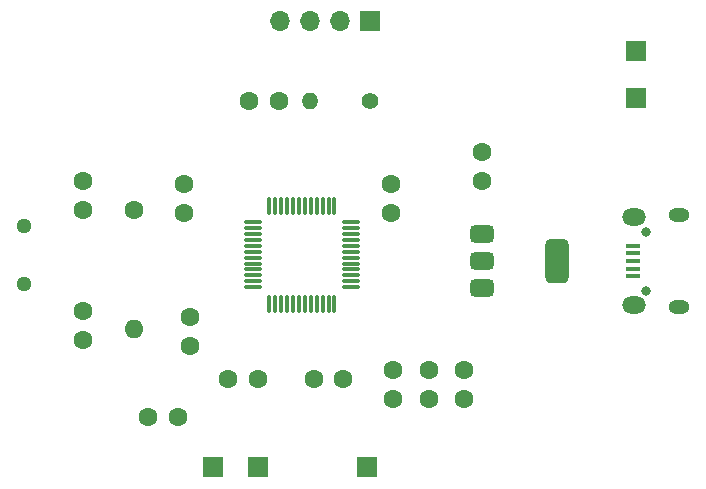
<source format=gbr>
%TF.GenerationSoftware,KiCad,Pcbnew,8.0.5*%
%TF.CreationDate,2024-10-18T14:20:25+07:00*%
%TF.ProjectId,stm32la_pcb,73746d33-326c-4615-9f70-63622e6b6963,rev?*%
%TF.SameCoordinates,Original*%
%TF.FileFunction,Soldermask,Top*%
%TF.FilePolarity,Negative*%
%FSLAX46Y46*%
G04 Gerber Fmt 4.6, Leading zero omitted, Abs format (unit mm)*
G04 Created by KiCad (PCBNEW 8.0.5) date 2024-10-18 14:20:25*
%MOMM*%
%LPD*%
G01*
G04 APERTURE LIST*
G04 Aperture macros list*
%AMRoundRect*
0 Rectangle with rounded corners*
0 $1 Rounding radius*
0 $2 $3 $4 $5 $6 $7 $8 $9 X,Y pos of 4 corners*
0 Add a 4 corners polygon primitive as box body*
4,1,4,$2,$3,$4,$5,$6,$7,$8,$9,$2,$3,0*
0 Add four circle primitives for the rounded corners*
1,1,$1+$1,$2,$3*
1,1,$1+$1,$4,$5*
1,1,$1+$1,$6,$7*
1,1,$1+$1,$8,$9*
0 Add four rect primitives between the rounded corners*
20,1,$1+$1,$2,$3,$4,$5,0*
20,1,$1+$1,$4,$5,$6,$7,0*
20,1,$1+$1,$6,$7,$8,$9,0*
20,1,$1+$1,$8,$9,$2,$3,0*%
G04 Aperture macros list end*
%ADD10R,1.700000X1.700000*%
%ADD11C,1.600000*%
%ADD12O,1.600000X1.600000*%
%ADD13RoundRect,0.075000X-0.662500X-0.075000X0.662500X-0.075000X0.662500X0.075000X-0.662500X0.075000X0*%
%ADD14RoundRect,0.075000X-0.075000X-0.662500X0.075000X-0.662500X0.075000X0.662500X-0.075000X0.662500X0*%
%ADD15O,1.700000X1.700000*%
%ADD16C,1.284000*%
%ADD17RoundRect,0.375000X-0.625000X-0.375000X0.625000X-0.375000X0.625000X0.375000X-0.625000X0.375000X0*%
%ADD18RoundRect,0.500000X-0.500000X-1.400000X0.500000X-1.400000X0.500000X1.400000X-0.500000X1.400000X0*%
%ADD19C,1.400000*%
%ADD20O,1.400000X1.400000*%
%ADD21O,0.800000X0.800000*%
%ADD22R,1.300000X0.450000*%
%ADD23O,1.800000X1.150000*%
%ADD24O,2.000000X1.450000*%
G04 APERTURE END LIST*
D10*
%TO.C,TX*%
X126000000Y-64250000D03*
%TD*%
D11*
%TO.C,C1*%
X112965000Y-68785000D03*
X112965000Y-71285000D03*
%TD*%
%TO.C,FB1*%
X83500000Y-73750000D03*
D12*
X83500000Y-83750000D03*
%TD*%
D11*
%TO.C,C9*%
X91500000Y-88000000D03*
X94000000Y-88000000D03*
%TD*%
D13*
%TO.C,U1*%
X93587500Y-74750000D03*
X93587500Y-75250000D03*
X93587500Y-75750000D03*
X93587500Y-76250000D03*
X93587500Y-76750000D03*
X93587500Y-77250000D03*
X93587500Y-77750000D03*
X93587500Y-78250000D03*
X93587500Y-78750000D03*
X93587500Y-79250000D03*
X93587500Y-79750000D03*
X93587500Y-80250000D03*
D14*
X95000000Y-81662500D03*
X95500000Y-81662500D03*
X96000000Y-81662500D03*
X96500000Y-81662500D03*
X97000000Y-81662500D03*
X97500000Y-81662500D03*
X98000000Y-81662500D03*
X98500000Y-81662500D03*
X99000000Y-81662500D03*
X99500000Y-81662500D03*
X100000000Y-81662500D03*
X100500000Y-81662500D03*
D13*
X101912500Y-80250000D03*
X101912500Y-79750000D03*
X101912500Y-79250000D03*
X101912500Y-78750000D03*
X101912500Y-78250000D03*
X101912500Y-77750000D03*
X101912500Y-77250000D03*
X101912500Y-76750000D03*
X101912500Y-76250000D03*
X101912500Y-75750000D03*
X101912500Y-75250000D03*
X101912500Y-74750000D03*
D14*
X100500000Y-73337500D03*
X100000000Y-73337500D03*
X99500000Y-73337500D03*
X99000000Y-73337500D03*
X98500000Y-73337500D03*
X98000000Y-73337500D03*
X97500000Y-73337500D03*
X97000000Y-73337500D03*
X96500000Y-73337500D03*
X96000000Y-73337500D03*
X95500000Y-73337500D03*
X95000000Y-73337500D03*
%TD*%
D10*
%TO.C,D1*%
X90200000Y-95500000D03*
%TD*%
D11*
%TO.C,C4*%
X87750000Y-74000000D03*
X87750000Y-71500000D03*
%TD*%
%TO.C,C7*%
X105250000Y-74000000D03*
X105250000Y-71500000D03*
%TD*%
%TO.C,C3*%
X111500000Y-89750000D03*
X111500000Y-87250000D03*
%TD*%
D10*
%TO.C,SWD*%
X103540000Y-57750000D03*
D15*
X101000000Y-57750000D03*
X98460000Y-57750000D03*
X95920000Y-57750000D03*
%TD*%
D10*
%TO.C,D2*%
X94000000Y-95500000D03*
%TD*%
D11*
%TO.C,C6*%
X101250000Y-88000000D03*
X98750000Y-88000000D03*
%TD*%
D16*
%TO.C,Y1*%
X74250000Y-75060000D03*
X74250000Y-79940000D03*
%TD*%
D11*
%TO.C,C12*%
X79250000Y-71250000D03*
X79250000Y-73750000D03*
%TD*%
D10*
%TO.C,RX*%
X126000000Y-60250000D03*
%TD*%
%TO.C,A1*%
X103250000Y-95500000D03*
%TD*%
D17*
%TO.C,U2*%
X113005000Y-75745000D03*
X113005000Y-78045000D03*
D18*
X119305000Y-78045000D03*
D17*
X113005000Y-80345000D03*
%TD*%
D11*
%TO.C,C13*%
X79250000Y-84750000D03*
X79250000Y-82250000D03*
%TD*%
D19*
%TO.C,R2*%
X103540000Y-64500000D03*
D20*
X98460000Y-64500000D03*
%TD*%
D11*
%TO.C,C5*%
X93290000Y-64500000D03*
X95790000Y-64500000D03*
%TD*%
%TO.C,C8*%
X84750000Y-91250000D03*
X87250000Y-91250000D03*
%TD*%
%TO.C,C10*%
X105445000Y-89755000D03*
X105445000Y-87255000D03*
%TD*%
D21*
%TO.C,USB*%
X126905000Y-80545000D03*
X126905000Y-75545000D03*
D22*
X125805000Y-79345000D03*
X125805000Y-78695000D03*
X125805000Y-78045000D03*
X125805000Y-77395000D03*
X125805000Y-76745000D03*
D23*
X129655000Y-81920000D03*
D24*
X125855000Y-81770000D03*
X125855000Y-74320000D03*
D23*
X129655000Y-74170000D03*
%TD*%
D11*
%TO.C,C11*%
X88250000Y-82750000D03*
X88250000Y-85250000D03*
%TD*%
%TO.C,C2*%
X108500000Y-89750000D03*
X108500000Y-87250000D03*
%TD*%
M02*

</source>
